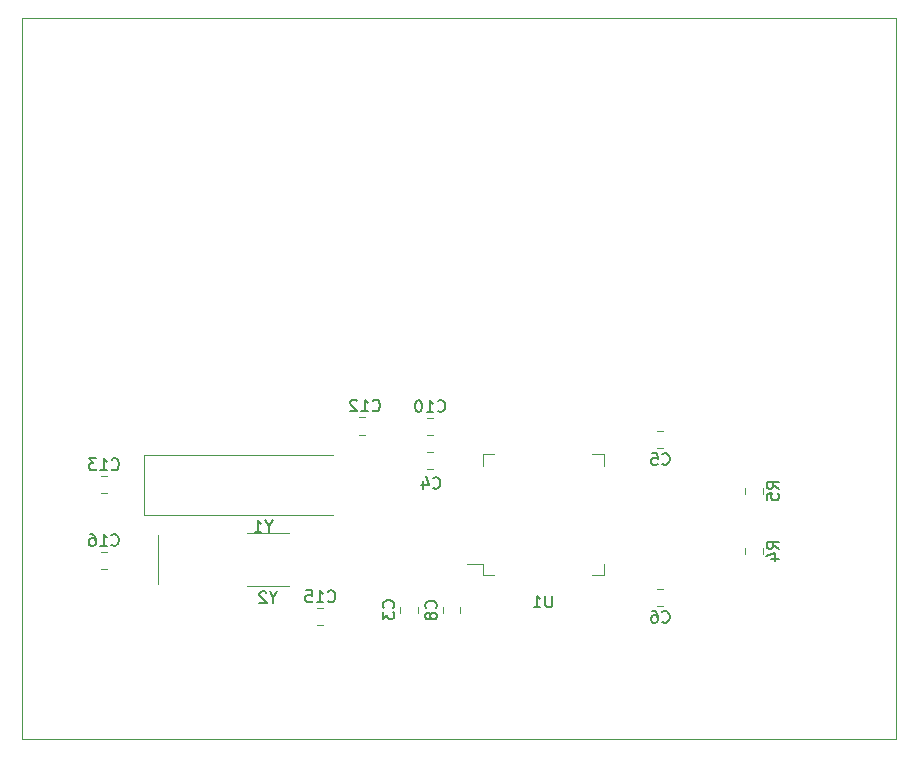
<source format=gbr>
%TF.GenerationSoftware,KiCad,Pcbnew,(5.1.6)-1*%
%TF.CreationDate,2020-11-04T18:23:40+01:00*%
%TF.ProjectId,rps_ki,7270735f-6b69-42e6-9b69-6361645f7063,rev?*%
%TF.SameCoordinates,Original*%
%TF.FileFunction,Legend,Bot*%
%TF.FilePolarity,Positive*%
%FSLAX46Y46*%
G04 Gerber Fmt 4.6, Leading zero omitted, Abs format (unit mm)*
G04 Created by KiCad (PCBNEW (5.1.6)-1) date 2020-11-04 18:23:40*
%MOMM*%
%LPD*%
G01*
G04 APERTURE LIST*
%TA.AperFunction,Profile*%
%ADD10C,0.050000*%
%TD*%
%ADD11C,0.120000*%
%ADD12C,0.150000*%
G04 APERTURE END LIST*
D10*
X109485600Y-91656800D02*
X35485600Y-91656800D01*
X109485600Y-91656800D02*
X109485600Y-91656800D01*
X35485600Y-30656800D02*
X109485600Y-30656800D01*
X109485600Y-30656800D02*
X109485600Y-91656800D01*
X35485600Y-91656800D02*
X35485600Y-30656800D01*
D11*
%TO.C,Y2*%
X54536100Y-78734800D02*
X58036100Y-78734800D01*
X54536100Y-74274800D02*
X58036100Y-74274800D01*
X46961100Y-78554800D02*
X46961100Y-74454800D01*
%TO.C,Y1*%
X61786100Y-72704800D02*
X45811100Y-72704800D01*
X45811100Y-72704800D02*
X45811100Y-67604800D01*
X45811100Y-67604800D02*
X61786100Y-67604800D01*
%TO.C,U1*%
X74493600Y-76854800D02*
X73153600Y-76854800D01*
X74493600Y-77804800D02*
X74493600Y-76854800D01*
X75443600Y-77804800D02*
X74493600Y-77804800D01*
X84713600Y-77804800D02*
X84713600Y-76854800D01*
X83763600Y-77804800D02*
X84713600Y-77804800D01*
X74493600Y-67584800D02*
X74493600Y-68534800D01*
X75443600Y-67584800D02*
X74493600Y-67584800D01*
X84713600Y-67584800D02*
X84713600Y-68534800D01*
X83763600Y-67584800D02*
X84713600Y-67584800D01*
%TO.C,R5*%
X96699400Y-70905864D02*
X96699400Y-70451736D01*
X98169400Y-70905864D02*
X98169400Y-70451736D01*
%TO.C,R4*%
X96699400Y-75985864D02*
X96699400Y-75531736D01*
X98169400Y-75985864D02*
X98169400Y-75531736D01*
%TO.C,C16*%
X42657752Y-77290600D02*
X42135248Y-77290600D01*
X42657752Y-75820600D02*
X42135248Y-75820600D01*
%TO.C,C15*%
X60996552Y-82065800D02*
X60474048Y-82065800D01*
X60996552Y-80595800D02*
X60474048Y-80595800D01*
%TO.C,C13*%
X42679252Y-70889800D02*
X42156748Y-70889800D01*
X42679252Y-69419800D02*
X42156748Y-69419800D01*
%TO.C,C12*%
X64030048Y-64441400D02*
X64552552Y-64441400D01*
X64030048Y-65911400D02*
X64552552Y-65911400D01*
%TO.C,C10*%
X70292952Y-65962200D02*
X69770448Y-65962200D01*
X70292952Y-64492200D02*
X69770448Y-64492200D01*
%TO.C,C8*%
X72566200Y-80510748D02*
X72566200Y-81033252D01*
X71096200Y-80510748D02*
X71096200Y-81033252D01*
%TO.C,C6*%
X89248348Y-78970200D02*
X89770852Y-78970200D01*
X89248348Y-80440200D02*
X89770852Y-80440200D01*
%TO.C,C5*%
X89248348Y-65609800D02*
X89770852Y-65609800D01*
X89248348Y-67079800D02*
X89770852Y-67079800D01*
%TO.C,C4*%
X70292952Y-68857800D02*
X69770448Y-68857800D01*
X70292952Y-67387800D02*
X69770448Y-67387800D01*
%TO.C,C3*%
X68959400Y-80481448D02*
X68959400Y-81003952D01*
X67489400Y-80481448D02*
X67489400Y-81003952D01*
%TD*%
%TO.C,Y2*%
D12*
X56762290Y-79710990D02*
X56762290Y-80187180D01*
X57095623Y-79187180D02*
X56762290Y-79710990D01*
X56428957Y-79187180D01*
X56143242Y-79282419D02*
X56095623Y-79234800D01*
X56000385Y-79187180D01*
X55762290Y-79187180D01*
X55667052Y-79234800D01*
X55619433Y-79282419D01*
X55571814Y-79377657D01*
X55571814Y-79472895D01*
X55619433Y-79615752D01*
X56190861Y-80187180D01*
X55571814Y-80187180D01*
%TO.C,Y1*%
X56362290Y-73680990D02*
X56362290Y-74157180D01*
X56695623Y-73157180D02*
X56362290Y-73680990D01*
X56028957Y-73157180D01*
X55171814Y-74157180D02*
X55743242Y-74157180D01*
X55457528Y-74157180D02*
X55457528Y-73157180D01*
X55552766Y-73300038D01*
X55648004Y-73395276D01*
X55743242Y-73442895D01*
%TO.C,U1*%
X80365504Y-79547180D02*
X80365504Y-80356704D01*
X80317885Y-80451942D01*
X80270266Y-80499561D01*
X80175028Y-80547180D01*
X79984552Y-80547180D01*
X79889314Y-80499561D01*
X79841695Y-80451942D01*
X79794076Y-80356704D01*
X79794076Y-79547180D01*
X78794076Y-80547180D02*
X79365504Y-80547180D01*
X79079790Y-80547180D02*
X79079790Y-79547180D01*
X79175028Y-79690038D01*
X79270266Y-79785276D01*
X79365504Y-79832895D01*
%TO.C,R5*%
X99536780Y-70512133D02*
X99060590Y-70178800D01*
X99536780Y-69940704D02*
X98536780Y-69940704D01*
X98536780Y-70321657D01*
X98584400Y-70416895D01*
X98632019Y-70464514D01*
X98727257Y-70512133D01*
X98870114Y-70512133D01*
X98965352Y-70464514D01*
X99012971Y-70416895D01*
X99060590Y-70321657D01*
X99060590Y-69940704D01*
X98536780Y-71416895D02*
X98536780Y-70940704D01*
X99012971Y-70893085D01*
X98965352Y-70940704D01*
X98917733Y-71035942D01*
X98917733Y-71274038D01*
X98965352Y-71369276D01*
X99012971Y-71416895D01*
X99108209Y-71464514D01*
X99346304Y-71464514D01*
X99441542Y-71416895D01*
X99489161Y-71369276D01*
X99536780Y-71274038D01*
X99536780Y-71035942D01*
X99489161Y-70940704D01*
X99441542Y-70893085D01*
%TO.C,R4*%
X99536780Y-75592133D02*
X99060590Y-75258800D01*
X99536780Y-75020704D02*
X98536780Y-75020704D01*
X98536780Y-75401657D01*
X98584400Y-75496895D01*
X98632019Y-75544514D01*
X98727257Y-75592133D01*
X98870114Y-75592133D01*
X98965352Y-75544514D01*
X99012971Y-75496895D01*
X99060590Y-75401657D01*
X99060590Y-75020704D01*
X98870114Y-76449276D02*
X99536780Y-76449276D01*
X98489161Y-76211180D02*
X99203447Y-75973085D01*
X99203447Y-76592133D01*
%TO.C,C16*%
X43039357Y-75232742D02*
X43086976Y-75280361D01*
X43229833Y-75327980D01*
X43325071Y-75327980D01*
X43467928Y-75280361D01*
X43563166Y-75185123D01*
X43610785Y-75089885D01*
X43658404Y-74899409D01*
X43658404Y-74756552D01*
X43610785Y-74566076D01*
X43563166Y-74470838D01*
X43467928Y-74375600D01*
X43325071Y-74327980D01*
X43229833Y-74327980D01*
X43086976Y-74375600D01*
X43039357Y-74423219D01*
X42086976Y-75327980D02*
X42658404Y-75327980D01*
X42372690Y-75327980D02*
X42372690Y-74327980D01*
X42467928Y-74470838D01*
X42563166Y-74566076D01*
X42658404Y-74613695D01*
X41229833Y-74327980D02*
X41420309Y-74327980D01*
X41515547Y-74375600D01*
X41563166Y-74423219D01*
X41658404Y-74566076D01*
X41706023Y-74756552D01*
X41706023Y-75137504D01*
X41658404Y-75232742D01*
X41610785Y-75280361D01*
X41515547Y-75327980D01*
X41325071Y-75327980D01*
X41229833Y-75280361D01*
X41182214Y-75232742D01*
X41134595Y-75137504D01*
X41134595Y-74899409D01*
X41182214Y-74804171D01*
X41229833Y-74756552D01*
X41325071Y-74708933D01*
X41515547Y-74708933D01*
X41610785Y-74756552D01*
X41658404Y-74804171D01*
X41706023Y-74899409D01*
%TO.C,C15*%
X61378157Y-80007942D02*
X61425776Y-80055561D01*
X61568633Y-80103180D01*
X61663871Y-80103180D01*
X61806728Y-80055561D01*
X61901966Y-79960323D01*
X61949585Y-79865085D01*
X61997204Y-79674609D01*
X61997204Y-79531752D01*
X61949585Y-79341276D01*
X61901966Y-79246038D01*
X61806728Y-79150800D01*
X61663871Y-79103180D01*
X61568633Y-79103180D01*
X61425776Y-79150800D01*
X61378157Y-79198419D01*
X60425776Y-80103180D02*
X60997204Y-80103180D01*
X60711490Y-80103180D02*
X60711490Y-79103180D01*
X60806728Y-79246038D01*
X60901966Y-79341276D01*
X60997204Y-79388895D01*
X59521014Y-79103180D02*
X59997204Y-79103180D01*
X60044823Y-79579371D01*
X59997204Y-79531752D01*
X59901966Y-79484133D01*
X59663871Y-79484133D01*
X59568633Y-79531752D01*
X59521014Y-79579371D01*
X59473395Y-79674609D01*
X59473395Y-79912704D01*
X59521014Y-80007942D01*
X59568633Y-80055561D01*
X59663871Y-80103180D01*
X59901966Y-80103180D01*
X59997204Y-80055561D01*
X60044823Y-80007942D01*
%TO.C,C13*%
X43060857Y-68831942D02*
X43108476Y-68879561D01*
X43251333Y-68927180D01*
X43346571Y-68927180D01*
X43489428Y-68879561D01*
X43584666Y-68784323D01*
X43632285Y-68689085D01*
X43679904Y-68498609D01*
X43679904Y-68355752D01*
X43632285Y-68165276D01*
X43584666Y-68070038D01*
X43489428Y-67974800D01*
X43346571Y-67927180D01*
X43251333Y-67927180D01*
X43108476Y-67974800D01*
X43060857Y-68022419D01*
X42108476Y-68927180D02*
X42679904Y-68927180D01*
X42394190Y-68927180D02*
X42394190Y-67927180D01*
X42489428Y-68070038D01*
X42584666Y-68165276D01*
X42679904Y-68212895D01*
X41775142Y-67927180D02*
X41156095Y-67927180D01*
X41489428Y-68308133D01*
X41346571Y-68308133D01*
X41251333Y-68355752D01*
X41203714Y-68403371D01*
X41156095Y-68498609D01*
X41156095Y-68736704D01*
X41203714Y-68831942D01*
X41251333Y-68879561D01*
X41346571Y-68927180D01*
X41632285Y-68927180D01*
X41727523Y-68879561D01*
X41775142Y-68831942D01*
%TO.C,C12*%
X65158857Y-63857142D02*
X65206476Y-63904761D01*
X65349333Y-63952380D01*
X65444571Y-63952380D01*
X65587428Y-63904761D01*
X65682666Y-63809523D01*
X65730285Y-63714285D01*
X65777904Y-63523809D01*
X65777904Y-63380952D01*
X65730285Y-63190476D01*
X65682666Y-63095238D01*
X65587428Y-63000000D01*
X65444571Y-62952380D01*
X65349333Y-62952380D01*
X65206476Y-63000000D01*
X65158857Y-63047619D01*
X64206476Y-63952380D02*
X64777904Y-63952380D01*
X64492190Y-63952380D02*
X64492190Y-62952380D01*
X64587428Y-63095238D01*
X64682666Y-63190476D01*
X64777904Y-63238095D01*
X63825523Y-63047619D02*
X63777904Y-63000000D01*
X63682666Y-62952380D01*
X63444571Y-62952380D01*
X63349333Y-63000000D01*
X63301714Y-63047619D01*
X63254095Y-63142857D01*
X63254095Y-63238095D01*
X63301714Y-63380952D01*
X63873142Y-63952380D01*
X63254095Y-63952380D01*
%TO.C,C10*%
X70674557Y-63904342D02*
X70722176Y-63951961D01*
X70865033Y-63999580D01*
X70960271Y-63999580D01*
X71103128Y-63951961D01*
X71198366Y-63856723D01*
X71245985Y-63761485D01*
X71293604Y-63571009D01*
X71293604Y-63428152D01*
X71245985Y-63237676D01*
X71198366Y-63142438D01*
X71103128Y-63047200D01*
X70960271Y-62999580D01*
X70865033Y-62999580D01*
X70722176Y-63047200D01*
X70674557Y-63094819D01*
X69722176Y-63999580D02*
X70293604Y-63999580D01*
X70007890Y-63999580D02*
X70007890Y-62999580D01*
X70103128Y-63142438D01*
X70198366Y-63237676D01*
X70293604Y-63285295D01*
X69103128Y-62999580D02*
X69007890Y-62999580D01*
X68912652Y-63047200D01*
X68865033Y-63094819D01*
X68817414Y-63190057D01*
X68769795Y-63380533D01*
X68769795Y-63618628D01*
X68817414Y-63809104D01*
X68865033Y-63904342D01*
X68912652Y-63951961D01*
X69007890Y-63999580D01*
X69103128Y-63999580D01*
X69198366Y-63951961D01*
X69245985Y-63904342D01*
X69293604Y-63809104D01*
X69341223Y-63618628D01*
X69341223Y-63380533D01*
X69293604Y-63190057D01*
X69245985Y-63094819D01*
X69198366Y-63047200D01*
X69103128Y-62999580D01*
%TO.C,C8*%
X70508342Y-80605333D02*
X70555961Y-80557714D01*
X70603580Y-80414857D01*
X70603580Y-80319619D01*
X70555961Y-80176761D01*
X70460723Y-80081523D01*
X70365485Y-80033904D01*
X70175009Y-79986285D01*
X70032152Y-79986285D01*
X69841676Y-80033904D01*
X69746438Y-80081523D01*
X69651200Y-80176761D01*
X69603580Y-80319619D01*
X69603580Y-80414857D01*
X69651200Y-80557714D01*
X69698819Y-80605333D01*
X70032152Y-81176761D02*
X69984533Y-81081523D01*
X69936914Y-81033904D01*
X69841676Y-80986285D01*
X69794057Y-80986285D01*
X69698819Y-81033904D01*
X69651200Y-81081523D01*
X69603580Y-81176761D01*
X69603580Y-81367238D01*
X69651200Y-81462476D01*
X69698819Y-81510095D01*
X69794057Y-81557714D01*
X69841676Y-81557714D01*
X69936914Y-81510095D01*
X69984533Y-81462476D01*
X70032152Y-81367238D01*
X70032152Y-81176761D01*
X70079771Y-81081523D01*
X70127390Y-81033904D01*
X70222628Y-80986285D01*
X70413104Y-80986285D01*
X70508342Y-81033904D01*
X70555961Y-81081523D01*
X70603580Y-81176761D01*
X70603580Y-81367238D01*
X70555961Y-81462476D01*
X70508342Y-81510095D01*
X70413104Y-81557714D01*
X70222628Y-81557714D01*
X70127390Y-81510095D01*
X70079771Y-81462476D01*
X70032152Y-81367238D01*
%TO.C,C6*%
X89676266Y-81742342D02*
X89723885Y-81789961D01*
X89866742Y-81837580D01*
X89961980Y-81837580D01*
X90104838Y-81789961D01*
X90200076Y-81694723D01*
X90247695Y-81599485D01*
X90295314Y-81409009D01*
X90295314Y-81266152D01*
X90247695Y-81075676D01*
X90200076Y-80980438D01*
X90104838Y-80885200D01*
X89961980Y-80837580D01*
X89866742Y-80837580D01*
X89723885Y-80885200D01*
X89676266Y-80932819D01*
X88819123Y-80837580D02*
X89009600Y-80837580D01*
X89104838Y-80885200D01*
X89152457Y-80932819D01*
X89247695Y-81075676D01*
X89295314Y-81266152D01*
X89295314Y-81647104D01*
X89247695Y-81742342D01*
X89200076Y-81789961D01*
X89104838Y-81837580D01*
X88914361Y-81837580D01*
X88819123Y-81789961D01*
X88771504Y-81742342D01*
X88723885Y-81647104D01*
X88723885Y-81409009D01*
X88771504Y-81313771D01*
X88819123Y-81266152D01*
X88914361Y-81218533D01*
X89104838Y-81218533D01*
X89200076Y-81266152D01*
X89247695Y-81313771D01*
X89295314Y-81409009D01*
%TO.C,C5*%
X89676266Y-68381942D02*
X89723885Y-68429561D01*
X89866742Y-68477180D01*
X89961980Y-68477180D01*
X90104838Y-68429561D01*
X90200076Y-68334323D01*
X90247695Y-68239085D01*
X90295314Y-68048609D01*
X90295314Y-67905752D01*
X90247695Y-67715276D01*
X90200076Y-67620038D01*
X90104838Y-67524800D01*
X89961980Y-67477180D01*
X89866742Y-67477180D01*
X89723885Y-67524800D01*
X89676266Y-67572419D01*
X88771504Y-67477180D02*
X89247695Y-67477180D01*
X89295314Y-67953371D01*
X89247695Y-67905752D01*
X89152457Y-67858133D01*
X88914361Y-67858133D01*
X88819123Y-67905752D01*
X88771504Y-67953371D01*
X88723885Y-68048609D01*
X88723885Y-68286704D01*
X88771504Y-68381942D01*
X88819123Y-68429561D01*
X88914361Y-68477180D01*
X89152457Y-68477180D01*
X89247695Y-68429561D01*
X89295314Y-68381942D01*
%TO.C,C4*%
X70270666Y-70410342D02*
X70318285Y-70457961D01*
X70461142Y-70505580D01*
X70556380Y-70505580D01*
X70699238Y-70457961D01*
X70794476Y-70362723D01*
X70842095Y-70267485D01*
X70889714Y-70077009D01*
X70889714Y-69934152D01*
X70842095Y-69743676D01*
X70794476Y-69648438D01*
X70699238Y-69553200D01*
X70556380Y-69505580D01*
X70461142Y-69505580D01*
X70318285Y-69553200D01*
X70270666Y-69600819D01*
X69413523Y-69838914D02*
X69413523Y-70505580D01*
X69651619Y-69457961D02*
X69889714Y-70172247D01*
X69270666Y-70172247D01*
%TO.C,C3*%
X66901542Y-80576033D02*
X66949161Y-80528414D01*
X66996780Y-80385557D01*
X66996780Y-80290319D01*
X66949161Y-80147461D01*
X66853923Y-80052223D01*
X66758685Y-80004604D01*
X66568209Y-79956985D01*
X66425352Y-79956985D01*
X66234876Y-80004604D01*
X66139638Y-80052223D01*
X66044400Y-80147461D01*
X65996780Y-80290319D01*
X65996780Y-80385557D01*
X66044400Y-80528414D01*
X66092019Y-80576033D01*
X65996780Y-80909366D02*
X65996780Y-81528414D01*
X66377733Y-81195080D01*
X66377733Y-81337938D01*
X66425352Y-81433176D01*
X66472971Y-81480795D01*
X66568209Y-81528414D01*
X66806304Y-81528414D01*
X66901542Y-81480795D01*
X66949161Y-81433176D01*
X66996780Y-81337938D01*
X66996780Y-81052223D01*
X66949161Y-80956985D01*
X66901542Y-80909366D01*
%TD*%
M02*

</source>
